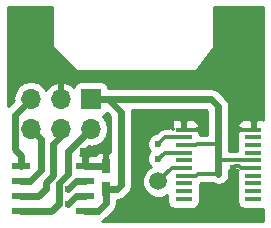
<source format=gtl>
G04 #@! TF.FileFunction,Copper,L1,Top,Signal*
%FSLAX46Y46*%
G04 Gerber Fmt 4.6, Leading zero omitted, Abs format (unit mm)*
G04 Created by KiCad (PCBNEW 4.0.6) date Fri Jul 21 15:48:13 2017*
%MOMM*%
%LPD*%
G01*
G04 APERTURE LIST*
%ADD10C,0.100000*%
%ADD11R,1.700000X1.700000*%
%ADD12O,1.700000X1.700000*%
%ADD13R,1.550000X0.600000*%
%ADD14R,0.750000X1.200000*%
%ADD15C,1.500000*%
%ADD16R,1.450000X0.450000*%
%ADD17C,0.600000*%
%ADD18C,0.600000*%
%ADD19C,0.300000*%
%ADD20C,0.254000*%
G04 APERTURE END LIST*
D10*
D11*
X64135000Y-48260000D03*
D12*
X64135000Y-50800000D03*
X61595000Y-48260000D03*
X61595000Y-50800000D03*
X59055000Y-48260000D03*
X59055000Y-50800000D03*
D13*
X63660000Y-57785000D03*
X63660000Y-56515000D03*
X63660000Y-55245000D03*
X63660000Y-53975000D03*
X58260000Y-53975000D03*
X58260000Y-55245000D03*
X58260000Y-56515000D03*
X58260000Y-57785000D03*
D14*
X65405000Y-53980000D03*
X65405000Y-55880000D03*
D15*
X69850000Y-55245000D03*
D16*
X71980000Y-50870000D03*
X71980000Y-51520000D03*
X71980000Y-52170000D03*
X71980000Y-52820000D03*
X71980000Y-53470000D03*
X71980000Y-54120000D03*
X71980000Y-54770000D03*
X71980000Y-55420000D03*
X71980000Y-56070000D03*
X71980000Y-56720000D03*
X77880000Y-56720000D03*
X77880000Y-56070000D03*
X77880000Y-55420000D03*
X77880000Y-54770000D03*
X77880000Y-54120000D03*
X77880000Y-53470000D03*
X77880000Y-52820000D03*
X77880000Y-52170000D03*
X77880000Y-51520000D03*
X77880000Y-50870000D03*
D17*
X68430000Y-49795000D03*
X75430000Y-57795000D03*
X74430000Y-57795000D03*
X68930000Y-57795000D03*
X66930000Y-57795000D03*
X77930000Y-47295000D03*
X77930000Y-45295000D03*
X75430000Y-41295000D03*
X75430000Y-43295000D03*
X77930000Y-43295000D03*
X77930000Y-41295000D03*
X57930000Y-41295000D03*
X57930000Y-43295000D03*
X59930000Y-43295000D03*
X59930000Y-41295000D03*
X76200000Y-54120000D03*
X76200000Y-50800000D03*
X73660000Y-50800000D03*
X63500000Y-52705000D03*
X69850000Y-53325000D03*
X62230000Y-57150000D03*
X69850000Y-52070000D03*
X62230000Y-55880000D03*
D18*
X77930000Y-43295000D02*
X75430000Y-43295000D01*
X75430000Y-41295000D02*
X77930000Y-41295000D01*
X57930000Y-41295000D02*
X57930000Y-43295000D01*
X59930000Y-41295000D02*
X59930000Y-43295000D01*
D19*
X70985000Y-49345000D02*
X70985000Y-50665000D01*
X70985000Y-50665000D02*
X71120000Y-50800000D01*
D18*
X74930000Y-52070000D02*
X74930000Y-53340000D01*
X74930000Y-53340000D02*
X74930000Y-54610000D01*
D19*
X77880000Y-53470000D02*
X75060000Y-53470000D01*
X75060000Y-53470000D02*
X74930000Y-53340000D01*
D18*
X74930000Y-48895000D02*
X74930000Y-52070000D01*
D19*
X71980000Y-52170000D02*
X73005000Y-52170000D01*
X73005000Y-52170000D02*
X73105000Y-52070000D01*
X73105000Y-52070000D02*
X74930000Y-52070000D01*
X71980000Y-54770000D02*
X73005000Y-54770000D01*
X73005000Y-54770000D02*
X73165000Y-54610000D01*
X73165000Y-54610000D02*
X74930000Y-54610000D01*
D18*
X74295000Y-48260000D02*
X74930000Y-48895000D01*
X65585000Y-48260000D02*
X74295000Y-48260000D01*
X66675000Y-52705000D02*
X66675000Y-49350000D01*
X66675000Y-55585000D02*
X66675000Y-52705000D01*
X66675000Y-49350000D02*
X65585000Y-48260000D01*
X65585000Y-48260000D02*
X64135000Y-48260000D01*
X65405000Y-55880000D02*
X66380000Y-55880000D01*
X66380000Y-55880000D02*
X66675000Y-55585000D01*
X63660000Y-57785000D02*
X64700000Y-57785000D01*
X64700000Y-57785000D02*
X65405000Y-57080000D01*
X65405000Y-57080000D02*
X65405000Y-55880000D01*
X64135000Y-48260000D02*
X64770000Y-48260000D01*
D19*
X76710000Y-53975000D02*
X76345000Y-53975000D01*
X76345000Y-53975000D02*
X76200000Y-54120000D01*
X77880000Y-54120000D02*
X76855000Y-54120000D01*
X76855000Y-54120000D02*
X76710000Y-53975000D01*
X77880000Y-50870000D02*
X76270000Y-50870000D01*
X76270000Y-50870000D02*
X76200000Y-50800000D01*
X71980000Y-50870000D02*
X73590000Y-50870000D01*
X73590000Y-50870000D02*
X73660000Y-50800000D01*
D18*
X65400000Y-53975000D02*
X65405000Y-53980000D01*
X63660000Y-53975000D02*
X63660000Y-52865000D01*
X63660000Y-52865000D02*
X63500000Y-52705000D01*
X63660000Y-53975000D02*
X65400000Y-53975000D01*
X62230000Y-54610000D02*
X62230000Y-52705000D01*
X62230000Y-52705000D02*
X64135000Y-50800000D01*
X61429999Y-55410001D02*
X62230000Y-54610000D01*
X60794992Y-57785000D02*
X61429999Y-57149993D01*
X61429999Y-57149993D02*
X61429999Y-55410001D01*
X58260000Y-57785000D02*
X60794992Y-57785000D01*
X61595000Y-51435000D02*
X61595000Y-50800000D01*
X60960000Y-52070000D02*
X61595000Y-51435000D01*
X58260000Y-56515000D02*
X59690000Y-56515000D01*
X59690000Y-56515000D02*
X60325000Y-55880000D01*
X60325000Y-55880000D02*
X60325000Y-55383616D01*
X60325000Y-55383616D02*
X60960000Y-54748616D01*
X60960000Y-54748616D02*
X60960000Y-52070000D01*
X58260000Y-53975000D02*
X58260000Y-53075000D01*
X58260000Y-53075000D02*
X57704999Y-52519999D01*
X58205001Y-49109999D02*
X59055000Y-48260000D01*
X57704999Y-52519999D02*
X57704999Y-49610001D01*
X57704999Y-49610001D02*
X58205001Y-49109999D01*
X58260000Y-55245000D02*
X58965002Y-55245000D01*
X58965002Y-55245000D02*
X59904999Y-54305003D01*
X59904999Y-54305003D02*
X59904999Y-51649999D01*
X59904999Y-51649999D02*
X59055000Y-50800000D01*
D19*
X71980000Y-54120000D02*
X70975000Y-54120000D01*
X70975000Y-54120000D02*
X69850000Y-55245000D01*
X70370000Y-52820000D02*
X69850000Y-53340000D01*
X71980000Y-52820000D02*
X70370000Y-52820000D01*
D18*
X63660000Y-56515000D02*
X62865000Y-56515000D01*
X62865000Y-56515000D02*
X62230000Y-57150000D01*
D19*
X69850000Y-52070000D02*
X70400000Y-51520000D01*
X70400000Y-51520000D02*
X71980000Y-51520000D01*
D18*
X63660000Y-55245000D02*
X62865000Y-55245000D01*
X62865000Y-55245000D02*
X62230000Y-55880000D01*
D20*
G36*
X73995000Y-49282290D02*
X73995000Y-51285000D01*
X73350558Y-51285000D01*
X73339020Y-51223677D01*
X73340000Y-51221310D01*
X73340000Y-51141250D01*
X73319688Y-51120938D01*
X73308162Y-51059683D01*
X73169090Y-50843559D01*
X73043138Y-50757500D01*
X73181250Y-50757500D01*
X73340000Y-50598750D01*
X73340000Y-50518690D01*
X73243327Y-50285301D01*
X73064698Y-50106673D01*
X72831309Y-50010000D01*
X72265750Y-50010000D01*
X72107000Y-50168750D01*
X72107000Y-50647560D01*
X71853000Y-50647560D01*
X71853000Y-50168750D01*
X71694250Y-50010000D01*
X71128691Y-50010000D01*
X70895302Y-50106673D01*
X70716673Y-50285301D01*
X70620000Y-50518690D01*
X70620000Y-50598750D01*
X70756250Y-50735000D01*
X70400000Y-50735000D01*
X70099594Y-50794755D01*
X69844921Y-50964921D01*
X69844919Y-50964924D01*
X69674996Y-51134847D01*
X69664833Y-51134838D01*
X69321057Y-51276883D01*
X69057808Y-51539673D01*
X68915162Y-51883201D01*
X68914838Y-52255167D01*
X69056883Y-52598943D01*
X69155210Y-52697441D01*
X69057808Y-52794673D01*
X68915162Y-53138201D01*
X68914838Y-53510167D01*
X69056883Y-53853943D01*
X69212504Y-54009835D01*
X69066485Y-54070169D01*
X68676539Y-54459436D01*
X68465241Y-54968298D01*
X68464760Y-55519285D01*
X68675169Y-56028515D01*
X69064436Y-56418461D01*
X69573298Y-56629759D01*
X70124285Y-56630240D01*
X70621802Y-56424671D01*
X70607560Y-56495000D01*
X70607560Y-56945000D01*
X70651838Y-57180317D01*
X70790910Y-57396441D01*
X71003110Y-57541431D01*
X71255000Y-57592440D01*
X72705000Y-57592440D01*
X72940317Y-57548162D01*
X73156441Y-57409090D01*
X73301431Y-57196890D01*
X73352440Y-56945000D01*
X73352440Y-56495000D01*
X73332933Y-56391329D01*
X73352440Y-56295000D01*
X73352440Y-55845000D01*
X73332933Y-55741329D01*
X73352440Y-55645000D01*
X73352440Y-55463819D01*
X73455435Y-55395000D01*
X74454218Y-55395000D01*
X74572191Y-55473827D01*
X74930000Y-55545000D01*
X75287809Y-55473827D01*
X75591145Y-55271145D01*
X75793827Y-54967809D01*
X75865000Y-54610000D01*
X75865000Y-54255000D01*
X76584608Y-54255000D01*
X76558569Y-54293110D01*
X76543442Y-54367808D01*
X76520000Y-54391250D01*
X76520000Y-54471310D01*
X76521667Y-54475335D01*
X76507560Y-54545000D01*
X76507560Y-54995000D01*
X76527067Y-55098671D01*
X76507560Y-55195000D01*
X76507560Y-55645000D01*
X76527067Y-55748671D01*
X76507560Y-55845000D01*
X76507560Y-56295000D01*
X76527067Y-56398671D01*
X76507560Y-56495000D01*
X76507560Y-56945000D01*
X76551838Y-57180317D01*
X76690910Y-57396441D01*
X76903110Y-57541431D01*
X77155000Y-57592440D01*
X78605000Y-57592440D01*
X78745000Y-57566097D01*
X78745000Y-58610000D01*
X65115918Y-58610000D01*
X65361145Y-58446145D01*
X66066145Y-57741145D01*
X66165506Y-57592440D01*
X66268827Y-57437809D01*
X66289244Y-57335167D01*
X66340001Y-57080000D01*
X66340000Y-57079995D01*
X66340000Y-56815000D01*
X66380000Y-56815000D01*
X66737809Y-56743827D01*
X67041145Y-56541145D01*
X67336145Y-56246145D01*
X67538827Y-55942809D01*
X67610000Y-55585000D01*
X67610000Y-49350000D01*
X67579168Y-49195000D01*
X73907710Y-49195000D01*
X73995000Y-49282290D01*
X73995000Y-49282290D01*
G37*
X73995000Y-49282290D02*
X73995000Y-51285000D01*
X73350558Y-51285000D01*
X73339020Y-51223677D01*
X73340000Y-51221310D01*
X73340000Y-51141250D01*
X73319688Y-51120938D01*
X73308162Y-51059683D01*
X73169090Y-50843559D01*
X73043138Y-50757500D01*
X73181250Y-50757500D01*
X73340000Y-50598750D01*
X73340000Y-50518690D01*
X73243327Y-50285301D01*
X73064698Y-50106673D01*
X72831309Y-50010000D01*
X72265750Y-50010000D01*
X72107000Y-50168750D01*
X72107000Y-50647560D01*
X71853000Y-50647560D01*
X71853000Y-50168750D01*
X71694250Y-50010000D01*
X71128691Y-50010000D01*
X70895302Y-50106673D01*
X70716673Y-50285301D01*
X70620000Y-50518690D01*
X70620000Y-50598750D01*
X70756250Y-50735000D01*
X70400000Y-50735000D01*
X70099594Y-50794755D01*
X69844921Y-50964921D01*
X69844919Y-50964924D01*
X69674996Y-51134847D01*
X69664833Y-51134838D01*
X69321057Y-51276883D01*
X69057808Y-51539673D01*
X68915162Y-51883201D01*
X68914838Y-52255167D01*
X69056883Y-52598943D01*
X69155210Y-52697441D01*
X69057808Y-52794673D01*
X68915162Y-53138201D01*
X68914838Y-53510167D01*
X69056883Y-53853943D01*
X69212504Y-54009835D01*
X69066485Y-54070169D01*
X68676539Y-54459436D01*
X68465241Y-54968298D01*
X68464760Y-55519285D01*
X68675169Y-56028515D01*
X69064436Y-56418461D01*
X69573298Y-56629759D01*
X70124285Y-56630240D01*
X70621802Y-56424671D01*
X70607560Y-56495000D01*
X70607560Y-56945000D01*
X70651838Y-57180317D01*
X70790910Y-57396441D01*
X71003110Y-57541431D01*
X71255000Y-57592440D01*
X72705000Y-57592440D01*
X72940317Y-57548162D01*
X73156441Y-57409090D01*
X73301431Y-57196890D01*
X73352440Y-56945000D01*
X73352440Y-56495000D01*
X73332933Y-56391329D01*
X73352440Y-56295000D01*
X73352440Y-55845000D01*
X73332933Y-55741329D01*
X73352440Y-55645000D01*
X73352440Y-55463819D01*
X73455435Y-55395000D01*
X74454218Y-55395000D01*
X74572191Y-55473827D01*
X74930000Y-55545000D01*
X75287809Y-55473827D01*
X75591145Y-55271145D01*
X75793827Y-54967809D01*
X75865000Y-54610000D01*
X75865000Y-54255000D01*
X76584608Y-54255000D01*
X76558569Y-54293110D01*
X76543442Y-54367808D01*
X76520000Y-54391250D01*
X76520000Y-54471310D01*
X76521667Y-54475335D01*
X76507560Y-54545000D01*
X76507560Y-54995000D01*
X76527067Y-55098671D01*
X76507560Y-55195000D01*
X76507560Y-55645000D01*
X76527067Y-55748671D01*
X76507560Y-55845000D01*
X76507560Y-56295000D01*
X76527067Y-56398671D01*
X76507560Y-56495000D01*
X76507560Y-56945000D01*
X76551838Y-57180317D01*
X76690910Y-57396441D01*
X76903110Y-57541431D01*
X77155000Y-57592440D01*
X78605000Y-57592440D01*
X78745000Y-57566097D01*
X78745000Y-58610000D01*
X65115918Y-58610000D01*
X65361145Y-58446145D01*
X66066145Y-57741145D01*
X66165506Y-57592440D01*
X66268827Y-57437809D01*
X66289244Y-57335167D01*
X66340001Y-57080000D01*
X66340000Y-57079995D01*
X66340000Y-56815000D01*
X66380000Y-56815000D01*
X66737809Y-56743827D01*
X67041145Y-56541145D01*
X67336145Y-56246145D01*
X67538827Y-55942809D01*
X67610000Y-55585000D01*
X67610000Y-49350000D01*
X67579168Y-49195000D01*
X73907710Y-49195000D01*
X73995000Y-49282290D01*
G36*
X65740000Y-49737290D02*
X65740000Y-52745000D01*
X65690750Y-52745000D01*
X65532000Y-52903750D01*
X65532000Y-53853000D01*
X65552000Y-53853000D01*
X65552000Y-54107000D01*
X65532000Y-54107000D01*
X65532000Y-54127000D01*
X65278000Y-54127000D01*
X65278000Y-54107000D01*
X64916250Y-54107000D01*
X64911250Y-54102000D01*
X63787000Y-54102000D01*
X63787000Y-54122000D01*
X63533000Y-54122000D01*
X63533000Y-54102000D01*
X63513000Y-54102000D01*
X63513000Y-53848000D01*
X63533000Y-53848000D01*
X63533000Y-53198750D01*
X63787000Y-53198750D01*
X63787000Y-53848000D01*
X64548750Y-53848000D01*
X64553750Y-53853000D01*
X65278000Y-53853000D01*
X65278000Y-52903750D01*
X65119250Y-52745000D01*
X64903690Y-52745000D01*
X64670301Y-52841673D01*
X64491673Y-53020302D01*
X64483514Y-53040000D01*
X63945750Y-53040000D01*
X63787000Y-53198750D01*
X63533000Y-53198750D01*
X63374250Y-53040000D01*
X63217290Y-53040000D01*
X63975019Y-52282271D01*
X64135000Y-52314093D01*
X64703285Y-52201054D01*
X65185054Y-51879147D01*
X65506961Y-51397378D01*
X65620000Y-50829093D01*
X65620000Y-50770907D01*
X65506961Y-50202622D01*
X65185054Y-49720853D01*
X65183821Y-49720029D01*
X65220317Y-49713162D01*
X65436441Y-49574090D01*
X65493415Y-49490705D01*
X65740000Y-49737290D01*
X65740000Y-49737290D01*
G37*
X65740000Y-49737290D02*
X65740000Y-52745000D01*
X65690750Y-52745000D01*
X65532000Y-52903750D01*
X65532000Y-53853000D01*
X65552000Y-53853000D01*
X65552000Y-54107000D01*
X65532000Y-54107000D01*
X65532000Y-54127000D01*
X65278000Y-54127000D01*
X65278000Y-54107000D01*
X64916250Y-54107000D01*
X64911250Y-54102000D01*
X63787000Y-54102000D01*
X63787000Y-54122000D01*
X63533000Y-54122000D01*
X63533000Y-54102000D01*
X63513000Y-54102000D01*
X63513000Y-53848000D01*
X63533000Y-53848000D01*
X63533000Y-53198750D01*
X63787000Y-53198750D01*
X63787000Y-53848000D01*
X64548750Y-53848000D01*
X64553750Y-53853000D01*
X65278000Y-53853000D01*
X65278000Y-52903750D01*
X65119250Y-52745000D01*
X64903690Y-52745000D01*
X64670301Y-52841673D01*
X64491673Y-53020302D01*
X64483514Y-53040000D01*
X63945750Y-53040000D01*
X63787000Y-53198750D01*
X63533000Y-53198750D01*
X63374250Y-53040000D01*
X63217290Y-53040000D01*
X63975019Y-52282271D01*
X64135000Y-52314093D01*
X64703285Y-52201054D01*
X65185054Y-51879147D01*
X65506961Y-51397378D01*
X65620000Y-50829093D01*
X65620000Y-50770907D01*
X65506961Y-50202622D01*
X65185054Y-49720853D01*
X65183821Y-49720029D01*
X65220317Y-49713162D01*
X65436441Y-49574090D01*
X65493415Y-49490705D01*
X65740000Y-49737290D01*
G36*
X60803000Y-43795000D02*
X60813006Y-43844410D01*
X60840197Y-43884803D01*
X62840197Y-45884803D01*
X62882211Y-45912666D01*
X62930000Y-45922000D01*
X72930000Y-45922000D01*
X72979410Y-45911994D01*
X73031600Y-45871200D01*
X74531600Y-43871200D01*
X74553241Y-43825668D01*
X74557000Y-43795000D01*
X74557000Y-40480000D01*
X78745000Y-40480000D01*
X78745000Y-50015671D01*
X78731309Y-50010000D01*
X78165750Y-50010000D01*
X78007000Y-50168750D01*
X78007000Y-50647560D01*
X77753000Y-50647560D01*
X77753000Y-50168750D01*
X77594250Y-50010000D01*
X77028691Y-50010000D01*
X76795302Y-50106673D01*
X76616673Y-50285301D01*
X76520000Y-50518690D01*
X76520000Y-50598750D01*
X76678750Y-50757500D01*
X76817641Y-50757500D01*
X76703559Y-50830910D01*
X76558569Y-51043110D01*
X76543442Y-51117808D01*
X76520000Y-51141250D01*
X76520000Y-51221310D01*
X76521667Y-51225335D01*
X76507560Y-51295000D01*
X76507560Y-51745000D01*
X76527067Y-51848671D01*
X76507560Y-51945000D01*
X76507560Y-52395000D01*
X76527067Y-52498671D01*
X76507560Y-52595000D01*
X76507560Y-52685000D01*
X75865000Y-52685000D01*
X75865000Y-48895000D01*
X75793827Y-48537191D01*
X75591145Y-48233855D01*
X74956145Y-47598855D01*
X74652809Y-47396173D01*
X74295000Y-47325000D01*
X65616446Y-47325000D01*
X65588162Y-47174683D01*
X65449090Y-46958559D01*
X65236890Y-46813569D01*
X64985000Y-46762560D01*
X63285000Y-46762560D01*
X63049683Y-46806838D01*
X62833559Y-46945910D01*
X62688569Y-47158110D01*
X62666699Y-47266107D01*
X62361924Y-46988355D01*
X61951890Y-46818524D01*
X61722000Y-46939845D01*
X61722000Y-48133000D01*
X61742000Y-48133000D01*
X61742000Y-48387000D01*
X61722000Y-48387000D01*
X61722000Y-48407000D01*
X61468000Y-48407000D01*
X61468000Y-48387000D01*
X61448000Y-48387000D01*
X61448000Y-48133000D01*
X61468000Y-48133000D01*
X61468000Y-46939845D01*
X61238110Y-46818524D01*
X60828076Y-46988355D01*
X60399817Y-47378642D01*
X60332702Y-47521553D01*
X60105054Y-47180853D01*
X59623285Y-46858946D01*
X59055000Y-46745907D01*
X58486715Y-46858946D01*
X58004946Y-47180853D01*
X57683039Y-47662622D01*
X57570000Y-48230907D01*
X57570000Y-48289093D01*
X57592169Y-48400541D01*
X57115000Y-48877710D01*
X57115000Y-40480000D01*
X60803000Y-40480000D01*
X60803000Y-43795000D01*
X60803000Y-43795000D01*
G37*
X60803000Y-43795000D02*
X60813006Y-43844410D01*
X60840197Y-43884803D01*
X62840197Y-45884803D01*
X62882211Y-45912666D01*
X62930000Y-45922000D01*
X72930000Y-45922000D01*
X72979410Y-45911994D01*
X73031600Y-45871200D01*
X74531600Y-43871200D01*
X74553241Y-43825668D01*
X74557000Y-43795000D01*
X74557000Y-40480000D01*
X78745000Y-40480000D01*
X78745000Y-50015671D01*
X78731309Y-50010000D01*
X78165750Y-50010000D01*
X78007000Y-50168750D01*
X78007000Y-50647560D01*
X77753000Y-50647560D01*
X77753000Y-50168750D01*
X77594250Y-50010000D01*
X77028691Y-50010000D01*
X76795302Y-50106673D01*
X76616673Y-50285301D01*
X76520000Y-50518690D01*
X76520000Y-50598750D01*
X76678750Y-50757500D01*
X76817641Y-50757500D01*
X76703559Y-50830910D01*
X76558569Y-51043110D01*
X76543442Y-51117808D01*
X76520000Y-51141250D01*
X76520000Y-51221310D01*
X76521667Y-51225335D01*
X76507560Y-51295000D01*
X76507560Y-51745000D01*
X76527067Y-51848671D01*
X76507560Y-51945000D01*
X76507560Y-52395000D01*
X76527067Y-52498671D01*
X76507560Y-52595000D01*
X76507560Y-52685000D01*
X75865000Y-52685000D01*
X75865000Y-48895000D01*
X75793827Y-48537191D01*
X75591145Y-48233855D01*
X74956145Y-47598855D01*
X74652809Y-47396173D01*
X74295000Y-47325000D01*
X65616446Y-47325000D01*
X65588162Y-47174683D01*
X65449090Y-46958559D01*
X65236890Y-46813569D01*
X64985000Y-46762560D01*
X63285000Y-46762560D01*
X63049683Y-46806838D01*
X62833559Y-46945910D01*
X62688569Y-47158110D01*
X62666699Y-47266107D01*
X62361924Y-46988355D01*
X61951890Y-46818524D01*
X61722000Y-46939845D01*
X61722000Y-48133000D01*
X61742000Y-48133000D01*
X61742000Y-48387000D01*
X61722000Y-48387000D01*
X61722000Y-48407000D01*
X61468000Y-48407000D01*
X61468000Y-48387000D01*
X61448000Y-48387000D01*
X61448000Y-48133000D01*
X61468000Y-48133000D01*
X61468000Y-46939845D01*
X61238110Y-46818524D01*
X60828076Y-46988355D01*
X60399817Y-47378642D01*
X60332702Y-47521553D01*
X60105054Y-47180853D01*
X59623285Y-46858946D01*
X59055000Y-46745907D01*
X58486715Y-46858946D01*
X58004946Y-47180853D01*
X57683039Y-47662622D01*
X57570000Y-48230907D01*
X57570000Y-48289093D01*
X57592169Y-48400541D01*
X57115000Y-48877710D01*
X57115000Y-40480000D01*
X60803000Y-40480000D01*
X60803000Y-43795000D01*
M02*

</source>
